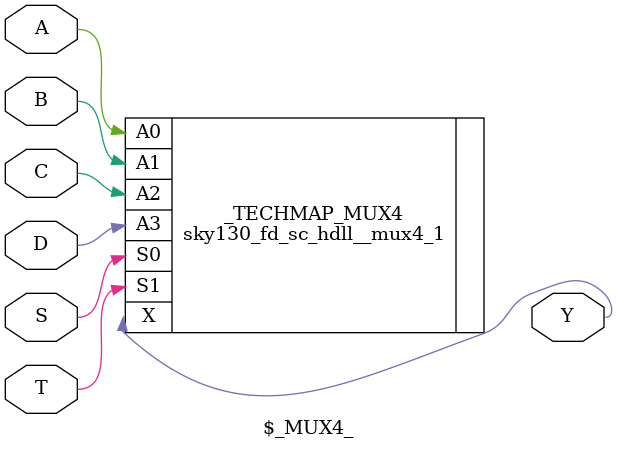
<source format=v>
module \$_MUX4_ (
    output Y,
    input A,
    input B,
    input C,
    input D,
    input S,
    input T
    );
  sky130_fd_sc_hdll__mux4_1 _TECHMAP_MUX4 (
      .X(Y),
      .A0(A),
      .A1(B),
      .A2(C),
      .A3(D),
      .S0(S),
      .S1(T)
  );
endmodule


</source>
